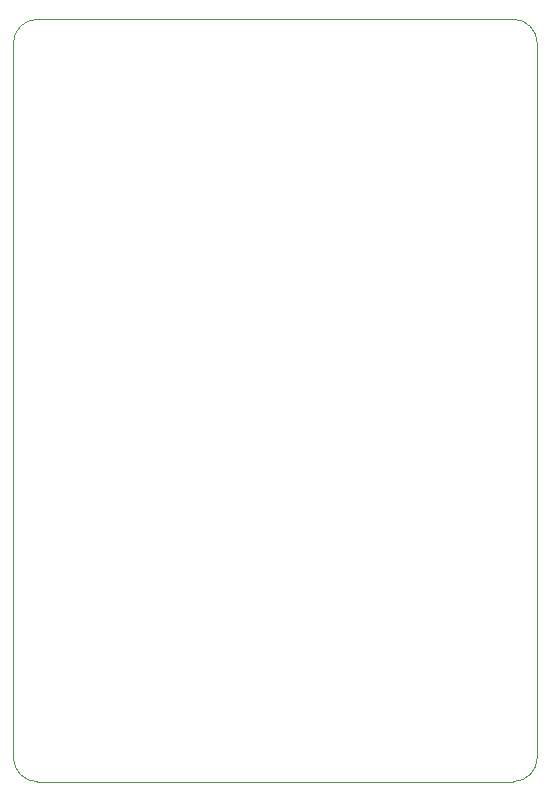
<source format=gbr>
%TF.GenerationSoftware,KiCad,Pcbnew,(5.1.10-1-10_14)*%
%TF.CreationDate,2021-11-16T12:10:24+01:00*%
%TF.ProjectId,Atari Export,41746172-6920-4457-9870-6f72742e6b69,rev?*%
%TF.SameCoordinates,Original*%
%TF.FileFunction,Profile,NP*%
%FSLAX46Y46*%
G04 Gerber Fmt 4.6, Leading zero omitted, Abs format (unit mm)*
G04 Created by KiCad (PCBNEW (5.1.10-1-10_14)) date 2021-11-16 12:10:24*
%MOMM*%
%LPD*%
G01*
G04 APERTURE LIST*
%TA.AperFunction,Profile*%
%ADD10C,0.050000*%
%TD*%
G04 APERTURE END LIST*
D10*
X133350000Y-106968000D02*
G75*
G02*
X131318000Y-109000000I-2032000J0D01*
G01*
X131318000Y-44450000D02*
G75*
G02*
X133350000Y-46482000I0J-2032000D01*
G01*
X91034540Y-109000000D02*
G75*
G02*
X89000000Y-106999748I-2540J2032250D01*
G01*
X89000000Y-46482000D02*
G75*
G02*
X91032000Y-44450000I2032000J0D01*
G01*
X131318000Y-109000000D02*
X91034540Y-109000000D01*
X133350000Y-46482000D02*
X133350000Y-106968000D01*
X89000000Y-46482000D02*
X89000000Y-106999748D01*
X131318000Y-44450000D02*
X91032000Y-44450000D01*
M02*

</source>
